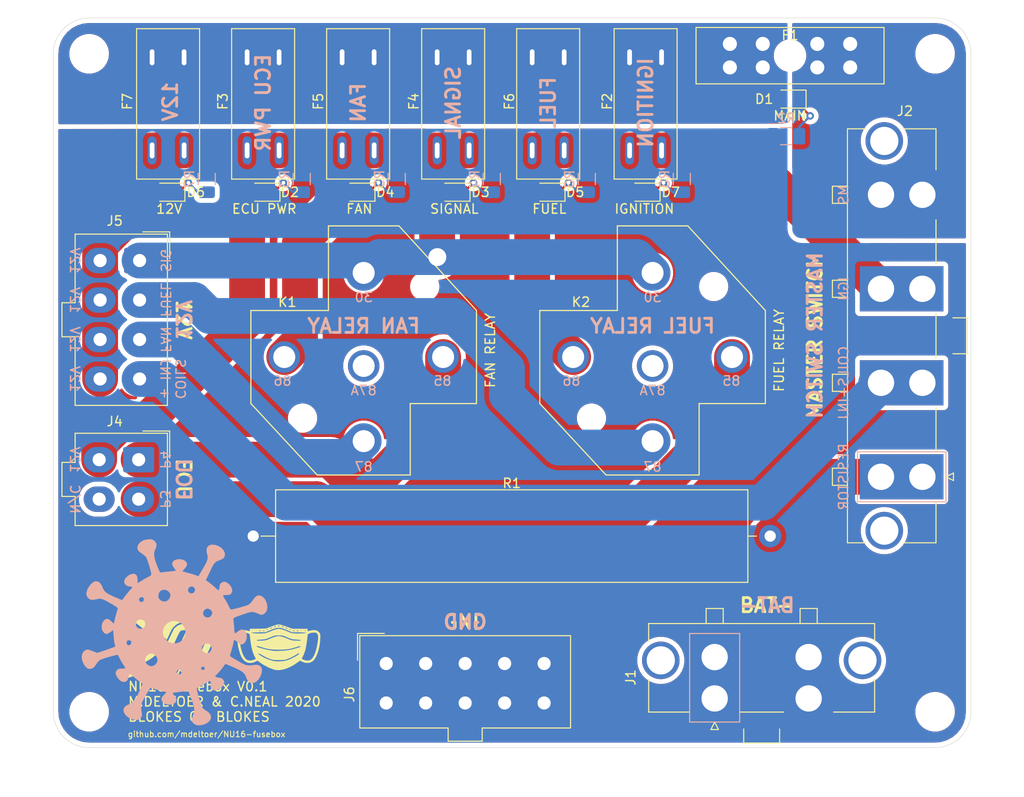
<source format=kicad_pcb>
(kicad_pcb (version 20171130) (host pcbnew "(5.1.5)-3")
  (title_block (title "NU16 Fusebox") (date 2020-10-07) (rev v0.1) (company "NU Racing") (comment 1 "Chris Neal") (comment 2 "Mitchell Deltoer"))
  (layers (0 F.Cu signal) (31 B.Cu signal) (34 B.Paste user) (35 F.Paste user) (36 B.SilkS user) (37 F.SilkS user) (38 B.Mask user) (39 F.Mask user) (44 Edge.Cuts user))
  (net 0 "")
  (net 1 ECU_PWR)
  (net 2 FAN)
  (net 3 FUEL)
  (net 4 IGN)
  (net 5 "Net-(K1-Pad87A)")
  (net 6 "Net-(K2-Pad87A)")
  (net 7 12V_FUSED)
  (net 8 "Net-(D1-Pad1)")
  (net 9 "Net-(D2-Pad1)")
  (net 10 "Net-(D3-Pad1)")
  (net 11 "Net-(D4-Pad1)")
  (net 12 "Net-(D5-Pad1)")
  (net 13 12V_OUT)
  (net 14 "Net-(D6-Pad1)")
  (net 15 "Net-(D7-Pad1)")
  (net 16 /MASTER_SW)
  (net 17 GND)
  (net 18 /ECU_P4)
  (net 19 /ECU_P3)
  (net 20 /COILS+INJ)
  (net 21 /FAN_OUT)
  (net 22 /FUEL_OUT)
  (net 23 "Net-(J4-Pad4)")
  (net 24 "Net-(J2-Pad1)")
  (net 25 RELAYS)
  (module fusebox:corona_mask (layer F.Cu) (at 82.363 132.302)
    (fp_text reference G*** hide)
    (fp_text value LOGO hide)
  )
  (module fusebox:corona (layer B.Cu) (at 71.187 130.905)
    (fp_text reference G*** hide)
    (fp_text value LOGO hide)
  )
  (module fusebox:TE_VCF4-1000 (layer F.Cu) (at 122.114 101.568 90)
    (fp_text reference K2 (at 5.842 -7.62) (layer F.SilkS))
    (fp_text value "FUEL RELAY")
    (pad 30 thru_hole circle (at 8.95 0 90) (size 3.3528 3.3528) (drill 2.3368) (layers *.Cu *.Mask) (net 25 RELAYS))
    (pad 87 thru_hole circle (at -8.95 0 90) (size 3.3528 3.3528) (drill 2.3368) (layers *.Cu *.Mask) (net 22 /FUEL_OUT))
    (pad 85 thru_hole circle (at 0 8.45 90) (size 3.3528 3.3528) (drill 2.3368) (layers *.Cu *.Mask) (net 19 /ECU_P3))
    (pad 87A thru_hole circle (at -0.95 0 90) (size 3.3528 3.3528) (drill 2.3368) (layers *.Cu *.Mask) (net 6 "Net-(K2-Pad87A)"))
    (pad 86 thru_hole circle (at 0 -8.45 90) (size 3.3528 3.3528) (drill 2.3368) (layers *.Cu *.Mask) (net 3 FUEL))
    (pad None np_thru_hole circle (at -6.5 -6.5 90) (size 2.1 2.1) (drill 2.1) (layers *.Cu *.Mask))
    (pad None np_thru_hole circle (at 7.5 6.5 90) (size 2.1 2.1) (drill 2.1) (layers *.Cu *.Mask))
  )
  (module fusebox:TE_VCF4-1000 (layer F.Cu) (at 91.38 101.568 90)
    (fp_text reference K1 (at 5.842 -8.128 180) (layer F.SilkS))
    (fp_text value "FAN RELAY")
    (pad None np_thru_hole circle (at 7.5 6.5 90) (size 2.1 2.1) (drill 2.1) (layers *.Cu *.Mask))
    (pad None np_thru_hole circle (at -6.5 -6.5 90) (size 2.1 2.1) (drill 2.1) (layers *.Cu *.Mask))
    (pad 86 thru_hole circle (at 0 -8.45 90) (size 3.3528 3.3528) (drill 2.3368) (layers *.Cu *.Mask) (net 2 FAN))
    (pad 87A thru_hole circle (at -0.95 0 90) (size 3.3528 3.3528) (drill 2.3368) (layers *.Cu *.Mask) (net 5 "Net-(K1-Pad87A)"))
    (pad 85 thru_hole circle (at 0 8.45 90) (size 3.3528 3.3528) (drill 2.3368) (layers *.Cu *.Mask) (net 18 /ECU_P4))
    (pad 87 thru_hole circle (at -8.95 0 90) (size 3.3528 3.3528) (drill 2.3368) (layers *.Cu *.Mask) (net 21 /FAN_OUT))
    (pad 30 thru_hole circle (at 8.95 0 90) (size 3.3528 3.3528) (drill 2.3368) (layers *.Cu *.Mask) (net 25 RELAYS))
  )
  (module fusebox:R_Axial_Power_L50.0mm_W9.6mm_P55.00mm (layer F.Cu) (at 76.648 120.618)
    (fp_text reference R1 (at 30.48 -5.62) (layer F.SilkS))
    (fp_text value 3)
    (pad 2 thru_hole oval (at 57.98 0) (size 2.4 2.4) (drill 1.2) (layers *.Cu *.Mask) (net 24 "Net-(J2-Pad1)"))
    (pad 1 thru_hole circle (at 2.98 0) (size 2.4 2.4) (drill 1.2) (layers *.Cu *.Mask) (net 17 GND))
  )
  (module fusebox:Fuse-BladeLarge-THT (layer F.Cu) (at 136.737 69.506)
    (fp_text reference F1 (at 0 -2.159) (layer F.SilkS))
    (fp_text value Fuse)
    (pad 2 thru_hole circle (at 6.4 1.25) (size 2.1 2.1) (drill 1.5) (layers *.Cu *.Mask) (net 16 /MASTER_SW))
    (pad 2 thru_hole circle (at 2.9 1.25) (size 2.1 2.1) (drill 1.5) (layers *.Cu *.Mask) (net 16 /MASTER_SW))
    (pad 2 thru_hole circle (at 6.4 -1.25) (size 2.1 2.1) (drill 1.5) (layers *.Cu *.Mask) (net 16 /MASTER_SW))
    (pad 1 thru_hole circle (at -6.4 1.25) (size 2.1 2.1) (drill 1.5) (layers *.Cu *.Mask) (net 7 12V_FUSED))
    (pad 1 thru_hole circle (at -2.9 1.25) (size 2.1 2.1) (drill 1.5) (layers *.Cu *.Mask) (net 7 12V_FUSED))
    (pad 1 thru_hole circle (at -6.4 -1.25) (size 2.1 2.1) (drill 1.5) (layers *.Cu *.Mask) (net 7 12V_FUSED))
    (pad "" np_thru_hole circle (at 0 0) (size 2.45 2.45) (drill 2.45) (layers *.Cu *.Mask))
    (pad 2 thru_hole circle (at 2.9 -1.25) (size 2.1 2.1) (drill 1.5) (layers *.Cu *.Mask) (net 16 /MASTER_SW))
    (pad 1 thru_hole circle (at -2.9 -1.25) (size 2.1 2.1) (drill 1.5) (layers *.Cu *.Mask) (net 7 12V_FUSED))
  )
  (module fusebox:Fuse-BladeMini-THT (layer F.Cu) (at 70.57 74.634 90)
    (fp_text reference F7 (at 0.254 -4.336 270) (layer F.SilkS))
    (fp_text value Fuse)
    (pad 1 thru_hole oval (at -4.953 1.7018 180) (size 0.94 3) (drill oval 0.5 1.7) (layers *.Cu *.Mask) (net 13 12V_OUT))
    (pad 2 thru_hole oval (at 4.953 1.7018 180) (size 0.94 3) (drill oval 0.5 1.7) (layers *.Cu *.Mask) (net 7 12V_FUSED))
    (pad 1 thru_hole oval (at -4.953 -1.7018 180) (size 0.94 3) (drill oval 0.5 1.7) (layers *.Cu *.Mask) (net 13 12V_OUT))
    (pad 2 thru_hole oval (at 4.953 -1.7018 180) (size 0.94 3) (drill oval 0.5 1.7) (layers *.Cu *.Mask) (net 7 12V_FUSED))
  )
  (module fusebox:Fuse-BladeMini-THT (layer F.Cu) (at 90.7884 74.634 90)
    (fp_text reference F5 (at 0.254 -4.2344 90) (layer F.SilkS))
    (fp_text value Fuse)
    (pad 1 thru_hole oval (at -4.953 1.7018 180) (size 0.94 3) (drill oval 0.5 1.7) (layers *.Cu *.Mask) (net 2 FAN))
    (pad 2 thru_hole oval (at 4.953 1.7018 180) (size 0.94 3) (drill oval 0.5 1.7) (layers *.Cu *.Mask) (net 7 12V_FUSED))
    (pad 1 thru_hole oval (at -4.953 -1.7018 180) (size 0.94 3) (drill oval 0.5 1.7) (layers *.Cu *.Mask) (net 2 FAN))
    (pad 2 thru_hole oval (at 4.953 -1.7018 180) (size 0.94 3) (drill oval 0.5 1.7) (layers *.Cu *.Mask) (net 7 12V_FUSED))
  )
  (module fusebox:Fuse-BladeMini-THT (layer F.Cu) (at 121.37 74.634 90)
    (fp_text reference F2 (at 0.254 -4.082 90) (layer F.SilkS))
    (fp_text value Fuse)
    (pad 1 thru_hole oval (at -4.953 1.7018 180) (size 0.94 3) (drill oval 0.5 1.7) (layers *.Cu *.Mask) (net 4 IGN))
    (pad 2 thru_hole oval (at 4.953 1.7018 180) (size 0.94 3) (drill oval 0.5 1.7) (layers *.Cu *.Mask) (net 7 12V_FUSED))
    (pad 1 thru_hole oval (at -4.953 -1.7018 180) (size 0.94 3) (drill oval 0.5 1.7) (layers *.Cu *.Mask) (net 4 IGN))
    (pad 2 thru_hole oval (at 4.953 -1.7018 180) (size 0.94 3) (drill oval 0.5 1.7) (layers *.Cu *.Mask) (net 7 12V_FUSED))
  )
  (module fusebox:Fuse-BladeMini-THT (layer F.Cu) (at 111.0068 74.634 90)
    (fp_text reference F6 (at 0.254 -4.1328 90) (layer F.SilkS))
    (fp_text value Fuse)
    (pad 1 thru_hole oval (at -4.953 1.7018 180) (size 0.94 3) (drill oval 0.5 1.7) (layers *.Cu *.Mask) (net 3 FUEL))
    (pad 2 thru_hole oval (at 4.953 1.7018 180) (size 0.94 3) (drill oval 0.5 1.7) (layers *.Cu *.Mask) (net 7 12V_FUSED))
    (pad 1 thru_hole oval (at -4.953 -1.7018 180) (size 0.94 3) (drill oval 0.5 1.7) (layers *.Cu *.Mask) (net 3 FUEL))
    (pad 2 thru_hole oval (at 4.953 -1.7018 180) (size 0.94 3) (drill oval 0.5 1.7) (layers *.Cu *.Mask) (net 7 12V_FUSED))
  )
  (module fusebox:Fuse-BladeMini-THT (layer F.Cu) (at 100.8976 74.634 90)
    (fp_text reference F4 (at 0.254 -4.1836 90) (layer F.SilkS))
    (fp_text value Fuse)
    (pad 1 thru_hole oval (at -4.953 1.7018 180) (size 0.94 3) (drill oval 0.5 1.7) (layers *.Cu *.Mask) (net 25 RELAYS))
    (pad 2 thru_hole oval (at 4.953 1.7018 180) (size 0.94 3) (drill oval 0.5 1.7) (layers *.Cu *.Mask) (net 7 12V_FUSED))
    (pad 1 thru_hole oval (at -4.953 -1.7018 180) (size 0.94 3) (drill oval 0.5 1.7) (layers *.Cu *.Mask) (net 25 RELAYS))
    (pad 2 thru_hole oval (at 4.953 -1.7018 180) (size 0.94 3) (drill oval 0.5 1.7) (layers *.Cu *.Mask) (net 7 12V_FUSED))
  )
  (module fusebox:Fuse-BladeMini-THT (layer F.Cu) (at 80.6792 74.634 90)
    (fp_text reference F3 (at 0.254 -4.2852 90) (layer F.SilkS))
    (fp_text value Fuse)
    (pad 1 thru_hole oval (at -4.953 1.7018 180) (size 0.94 3) (drill oval 0.5 1.7) (layers *.Cu *.Mask) (net 1 ECU_PWR))
    (pad 2 thru_hole oval (at 4.953 1.7018 180) (size 0.94 3) (drill oval 0.5 1.7) (layers *.Cu *.Mask) (net 7 12V_FUSED))
    (pad 1 thru_hole oval (at -4.953 -1.7018 180) (size 0.94 3) (drill oval 0.5 1.7) (layers *.Cu *.Mask) (net 1 ECU_PWR))
    (pad 2 thru_hole oval (at 4.953 -1.7018 180) (size 0.94 3) (drill oval 0.5 1.7) (layers *.Cu *.Mask) (net 7 12V_FUSED))
  )
  (module Connector_Molex:Molex_Mini-Fit_Sr_42819-42XX_1x04_P10.00mm_Vertical (layer F.Cu) (at 150.816 114.31 180)
    (fp_text reference J2 (at 1.86 38.904) (layer F.SilkS))
    (fp_text value MASTER_SWITCH)
    (pad "" thru_hole circle (at 4.05 35.73 180) (size 4 4) (drill 3) (layers *.Cu *.Mask))
    (pad "" thru_hole circle (at 4.05 -5.73 180) (size 4 4) (drill 3) (layers *.Cu *.Mask))
    (pad 4 thru_hole rect (at 4.4 30 180) (size 4.5 4.8) (drill 2.8) (layers *.Cu *.Mask) (net 16 /MASTER_SW))
    (pad 3 thru_hole rect (at 4.4 20 180) (size 4.5 4.8) (drill 2.8) (layers *.Cu *.Mask) (net 4 IGN))
    (pad 2 thru_hole rect (at 4.4 10 180) (size 4.5 4.8) (drill 2.8) (layers *.Cu *.Mask) (net 20 /COILS+INJ))
    (pad 1 thru_hole rect (at 4.4 0 180) (size 4.5 4.8) (drill 2.8) (layers *.Cu *.Mask) (net 24 "Net-(J2-Pad1)"))
    (pad 4 thru_hole rect (at 0 30 180) (size 4.5 4.8) (drill 2.8) (layers *.Cu *.Mask) (net 16 /MASTER_SW))
    (pad 3 thru_hole rect (at 0 20 180) (size 4.5 4.8) (drill 2.8) (layers *.Cu *.Mask) (net 4 IGN))
    (pad 2 thru_hole rect (at 0 10 180) (size 4.5 4.8) (drill 2.8) (layers *.Cu *.Mask) (net 20 /COILS+INJ))
    (pad 1 thru_hole rect (at 0 0 180) (size 4.5 4.8) (drill 2.8) (layers *.Cu *.Mask) (net 24 "Net-(J2-Pad1)"))
  )
  (module Connector_Molex:Molex_Mini-Fit_Sr_42819-22XX_1x02_P10.00mm_Vertical (layer F.Cu) (at 128.718 137.89 90)
    (fp_text reference J1 (at 2.2325 -8.93 90) (layer F.SilkS))
    (fp_text value BAT-)
    (pad "" thru_hole circle (at 4.05 15.73 90) (size 4 4) (drill 3) (layers *.Cu *.Mask))
    (pad "" thru_hole circle (at 4.05 -5.73 90) (size 4 4) (drill 3) (layers *.Cu *.Mask))
    (pad 2 thru_hole rect (at 4.4 10 90) (size 4.5 4.8) (drill 2.8) (layers *.Cu *.Mask) (net 17 GND))
    (pad 1 thru_hole rect (at 4.4 0 90) (size 4.5 4.8) (drill 2.8) (layers *.Cu *.Mask) (net 17 GND))
    (pad 2 thru_hole rect (at 0 10 90) (size 4.5 4.8) (drill 2.8) (layers *.Cu *.Mask) (net 17 GND))
    (pad 1 thru_hole rect (at 0 0 90) (size 4.5 4.8) (drill 2.8) (layers *.Cu *.Mask) (net 17 GND))
  )
  (module Mini-Fit-Jr-4.20mm-pitch:Molex-Mini-Fit-Jr-10-pin-P4.2mm-RowP4.2mm (layer F.Cu) (at 102.375 143.874)
    (fp_text reference J6 (at -12.519 -6.412501 90) (layer F.SilkS))
    (fp_text value "GND OUT")
    (pad 1 thru_hole roundrect (at -8.6 -9.7) (size 2.7 3.3) (drill 1.4) (layers *.Cu *.Mask) (roundrect_rratio 0.09259299999999999) (net 17 GND))
    (pad 6 thru_hole oval (at -8.6 -5.5) (size 2.7 3.3) (drill 1.4) (layers *.Cu *.Mask) (net 17 GND))
    (pad 3 thru_hole oval (at -0.2 -9.7) (size 2.7 3.3) (drill 1.4) (layers *.Cu *.Mask) (net 17 GND))
    (pad 8 thru_hole oval (at -0.2 -5.5) (size 2.7 3.3) (drill 1.4) (layers *.Cu *.Mask) (net 17 GND))
    (pad 9 thru_hole oval (at 4 -5.5) (size 2.7 3.3) (drill 1.4) (layers *.Cu *.Mask) (net 17 GND))
    (pad 10 thru_hole oval (at 8.2 -5.5) (size 2.7 3.3) (drill 1.4) (layers *.Cu *.Mask) (net 17 GND))
    (pad 4 thru_hole oval (at 4 -9.7) (size 2.7 3.3) (drill 1.4) (layers *.Cu *.Mask) (net 17 GND))
    (pad 5 thru_hole oval (at 8.2 -9.7) (size 2.7 3.3) (drill 1.4) (layers *.Cu *.Mask) (net 17 GND))
    (pad 2 thru_hole oval (at -4.4 -9.7) (size 2.7 3.3) (drill 1.4) (layers *.Cu *.Mask) (net 17 GND))
    (pad 7 thru_hole oval (at -4.4 -5.5) (size 2.7 3.3) (drill 1.4) (layers *.Cu *.Mask) (net 17 GND))
  )
  (module Mini-Fit-Jr-4.20mm-pitch:Molex-Mini-Fit-Jr-8-pin-P4.2mm-RowP4.2mm (layer F.Cu) (at 57.339 97.504 270)
    (fp_text reference J5 (at -10.414 -7.55 180) (layer F.SilkS))
    (fp_text value "12V OUT")
    (pad 4 thru_hole oval (at 6.4 -10.2 270) (size 2.7 3.3) (drill 1.4) (layers *.Cu *.Mask) (net 20 /COILS+INJ))
    (pad 6 thru_hole oval (at -2 -6 270) (size 2.7 3.3) (drill 1.4) (layers *.Cu *.Mask) (net 13 12V_OUT))
    (pad 8 thru_hole oval (at 6.4 -6 270) (size 2.7 3.3) (drill 1.4) (layers *.Cu *.Mask) (net 13 12V_OUT))
    (pad 2 thru_hole oval (at -2 -10.2 270) (size 2.7 3.3) (drill 1.4) (layers *.Cu *.Mask) (net 22 /FUEL_OUT))
    (pad 5 thru_hole oval (at -6.2 -6 270) (size 2.7 3.3) (drill 1.4) (layers *.Cu *.Mask) (net 13 12V_OUT))
    (pad 3 thru_hole oval (at 2.2 -10.2 270) (size 2.7 3.3) (drill 1.4) (layers *.Cu *.Mask) (net 21 /FAN_OUT))
    (pad 7 thru_hole oval (at 2.2 -6 270) (size 2.7 3.3) (drill 1.4) (layers *.Cu *.Mask) (net 13 12V_OUT))
    (pad 1 thru_hole roundrect (at -6.2 -10.2 270) (size 2.7 3.3) (drill 1.4) (layers *.Cu *.Mask) (roundrect_rratio 0.09259299999999999) (net 25 RELAYS))
  )
  (module Mini-Fit-Jr-4.20mm-pitch:Molex-Mini-Fit-Jr-4-pin-P4.2mm-RowP4.2mm (layer F.Cu) (at 68.139 112.49 270)
    (fp_text reference J4 (at -4.064 3.25 180) (layer F.SilkS))
    (fp_text value "ECU PWR/SIG")
    (pad 4 thru_hole oval (at 4.2 4.9 270) (size 2.7 3.3) (drill 1.4) (layers *.Cu *.Mask) (net 23 "Net-(J4-Pad4)"))
    (pad 3 thru_hole oval (at 0 4.9 270) (size 2.7 3.3) (drill 1.4) (layers *.Cu *.Mask) (net 1 ECU_PWR))
    (pad 2 thru_hole oval (at 4.2 0.7 270) (size 2.7 3.3) (drill 1.4) (layers *.Cu *.Mask) (net 19 /ECU_P3))
    (pad 1 thru_hole roundrect (at 0 0.7 270) (size 2.7 3.3) (drill 1.4) (layers *.Cu *.Mask) (roundrect_rratio 0.09259299999999999) (net 18 /ECU_P4))
  )
  (module Resistor_SMD:R_1206_3216Metric (layer B.Cu) (at 125.223 82.632 270)
    (fp_text reference R8 (at 0 1.82 90) (layer B.SilkS) (effects (justify mirror)))
    (fp_text value 3.3k)
    (pad 2 smd roundrect (at 1.4 0 270) (size 1.25 1.75) (layers B.Cu B.Paste B.Mask) (roundrect_rratio 0.2) (net 15 "Net-(D7-Pad1)"))
    (pad 1 smd roundrect (at -1.4 0 270) (size 1.25 1.75) (layers B.Cu B.Paste B.Mask) (roundrect_rratio 0.2) (net 17 GND))
  )
  (module Resistor_SMD:R_1206_3216Metric (layer B.Cu) (at 74.677 82.632 270)
    (fp_text reference R7 (at 0 1.82 90) (layer B.SilkS) (effects (justify mirror)))
    (fp_text value 3.3k)
    (pad 2 smd roundrect (at 1.4 0 270) (size 1.25 1.75) (layers B.Cu B.Paste B.Mask) (roundrect_rratio 0.2) (net 14 "Net-(D6-Pad1)"))
    (pad 1 smd roundrect (at -1.4 0 270) (size 1.25 1.75) (layers B.Cu B.Paste B.Mask) (roundrect_rratio 0.2) (net 17 GND))
  )
  (module Resistor_SMD:R_1206_3216Metric (layer B.Cu) (at 115.1138 82.632 270)
    (fp_text reference R6 (at 0 1.82 90) (layer B.SilkS) (effects (justify mirror)))
    (fp_text value 3.3k)
    (pad 2 smd roundrect (at 1.4 0 270) (size 1.25 1.75) (layers B.Cu B.Paste B.Mask) (roundrect_rratio 0.2) (net 12 "Net-(D5-Pad1)"))
    (pad 1 smd roundrect (at -1.4 0 270) (size 1.25 1.75) (layers B.Cu B.Paste B.Mask) (roundrect_rratio 0.2) (net 17 GND))
  )
  (module Resistor_SMD:R_1206_3216Metric (layer B.Cu) (at 94.8954 82.632 270)
    (fp_text reference R5 (at 0 1.82 90) (layer B.SilkS) (effects (justify mirror)))
    (fp_text value 3.3k)
    (pad 2 smd roundrect (at 1.4 0 270) (size 1.25 1.75) (layers B.Cu B.Paste B.Mask) (roundrect_rratio 0.2) (net 11 "Net-(D4-Pad1)"))
    (pad 1 smd roundrect (at -1.4 0 270) (size 1.25 1.75) (layers B.Cu B.Paste B.Mask) (roundrect_rratio 0.2) (net 17 GND))
  )
  (module Resistor_SMD:R_1206_3216Metric (layer B.Cu) (at 105.0046 82.632 270)
    (fp_text reference R4 (at 0 1.82 90) (layer B.SilkS) (effects (justify mirror)))
    (fp_text value 3.3k)
    (pad 2 smd roundrect (at 1.4 0 270) (size 1.25 1.75) (layers B.Cu B.Paste B.Mask) (roundrect_rratio 0.2) (net 10 "Net-(D3-Pad1)"))
    (pad 1 smd roundrect (at -1.4 0 270) (size 1.25 1.75) (layers B.Cu B.Paste B.Mask) (roundrect_rratio 0.2) (net 17 GND))
  )
  (module Resistor_SMD:R_1206_3216Metric (layer B.Cu) (at 84.7862 82.632 270)
    (fp_text reference R3 (at 0 1.82 90) (layer B.SilkS) (effects (justify mirror)))
    (fp_text value 3.3k)
    (pad 2 smd roundrect (at 1.4 0 270) (size 1.25 1.75) (layers B.Cu B.Paste B.Mask) (roundrect_rratio 0.2) (net 9 "Net-(D2-Pad1)"))
    (pad 1 smd roundrect (at -1.4 0 270) (size 1.25 1.75) (layers B.Cu B.Paste B.Mask) (roundrect_rratio 0.2) (net 17 GND))
  )
  (module Resistor_SMD:R_1206_3216Metric (layer B.Cu) (at 136.335 78.073)
    (fp_text reference R2 (at 0 -1.905) (layer B.SilkS) (effects (justify mirror)))
    (fp_text value 3.3k)
    (pad 2 smd roundrect (at 1.4 0) (size 1.25 1.75) (layers B.Cu B.Paste B.Mask) (roundrect_rratio 0.2) (net 8 "Net-(D1-Pad1)"))
    (pad 1 smd roundrect (at -1.4 0) (size 1.25 1.75) (layers B.Cu B.Paste B.Mask) (roundrect_rratio 0.2) (net 17 GND))
  )
  (module LED_SMD:LED_0805_2012Metric (layer F.Cu) (at 121.223 84.032 180)
    (fp_text reference D7 (at -2.822334 0) (layer F.SilkS))
    (fp_text value LED)
    (pad 2 smd roundrect (at 0.9375 0 180) (size 0.975 1.4) (layers F.Cu F.Paste F.Mask) (net 4 IGN))
    (pad 1 smd roundrect (at -0.9375 0 180) (size 0.975 1.4) (layers F.Cu F.Paste F.Mask) (net 15 "Net-(D7-Pad1)"))
  )
  (module LED_SMD:LED_0805_2012Metric (layer F.Cu) (at 70.677 84.032 180)
    (fp_text reference D6 (at -2.8425 0) (layer F.SilkS))
    (fp_text value LED)
    (pad 2 smd roundrect (at 0.9375 0 180) (size 0.975 1.4) (layers F.Cu F.Paste F.Mask) (net 13 12V_OUT))
    (pad 1 smd roundrect (at -0.9375 0 180) (size 0.975 1.4) (layers F.Cu F.Paste F.Mask) (net 14 "Net-(D6-Pad1)"))
  )
  (module LED_SMD:LED_0805_2012Metric (layer F.Cu) (at 111.1138 84.032 180)
    (fp_text reference D5 (at -2.761836 0) (layer F.SilkS))
    (fp_text value LED)
    (pad 2 smd roundrect (at 0.9375 0 180) (size 0.975 1.4) (layers F.Cu F.Paste F.Mask) (net 3 FUEL))
    (pad 1 smd roundrect (at -0.9375 0 180) (size 0.975 1.4) (layers F.Cu F.Paste F.Mask) (net 12 "Net-(D5-Pad1)"))
  )
  (module LED_SMD:LED_0805_2012Metric (layer F.Cu) (at 90.8954 84.032 180)
    (fp_text reference D4 (at -2.782002 0) (layer F.SilkS))
    (fp_text value LED)
    (pad 2 smd roundrect (at 0.9375 0 180) (size 0.975 1.4) (layers F.Cu F.Paste F.Mask) (net 2 FAN))
    (pad 1 smd roundrect (at -0.9375 0 180) (size 0.975 1.4) (layers F.Cu F.Paste F.Mask) (net 11 "Net-(D4-Pad1)"))
  )
  (module LED_SMD:LED_0805_2012Metric (layer F.Cu) (at 101.0046 84.032 180)
    (fp_text reference D3 (at -2.802168 0) (layer F.SilkS))
    (fp_text value LED)
    (pad 2 smd roundrect (at 0.9375 0 180) (size 0.975 1.4) (layers F.Cu F.Paste F.Mask) (net 25 RELAYS))
    (pad 1 smd roundrect (at -0.9375 0 180) (size 0.975 1.4) (layers F.Cu F.Paste F.Mask) (net 10 "Net-(D3-Pad1)"))
  )
  (module LED_SMD:LED_0805_2012Metric (layer F.Cu) (at 80.7862 84.032 180)
    (fp_text reference D2 (at -2.74167 0) (layer F.SilkS))
    (fp_text value LED)
    (pad 2 smd roundrect (at 0.9375 0 180) (size 0.975 1.4) (layers F.Cu F.Paste F.Mask) (net 1 ECU_PWR))
    (pad 1 smd roundrect (at -0.9375 0 180) (size 0.975 1.4) (layers F.Cu F.Paste F.Mask) (net 9 "Net-(D2-Pad1)"))
  )
  (module LED_SMD:LED_0805_2012Metric (layer F.Cu) (at 136.757 74.126 180)
    (fp_text reference D1 (at 2.774 0) (layer F.SilkS))
    (fp_text value LED)
    (pad 2 smd roundrect (at 0.9375 0 180) (size 0.975 1.4) (layers F.Cu F.Paste F.Mask) (net 7 12V_FUSED))
    (pad 1 smd roundrect (at -0.9375 0 180) (size 0.975 1.4) (layers F.Cu F.Paste F.Mask) (net 8 "Net-(D1-Pad1)"))
  )
  (module fusebox:nu_logo_small (layer F.Cu) (at 70.951 132.259)
    (fp_text reference G*** hide)
    (fp_text value LOGO hide)
  )
  (module MountingHole:MountingHole_3.2mm_M3 (layer F.Cu) (at 152.17 139.31)
    (fp_text reference REF** hide)
    (fp_text value MountingHole_3.2mm_M3)
    (pad 1 np_thru_hole circle (at 0 0) (size 3.2 3.2) (drill 3.2) (layers *.Cu *.Mask))
  )
  (module MountingHole:MountingHole_3.2mm_M3 (layer F.Cu) (at 62.17 139.31)
    (fp_text reference REF** hide)
    (fp_text value MountingHole_3.2mm_M3)
    (pad 1 np_thru_hole circle (at 0 0) (size 3.2 3.2) (drill 3.2) (layers *.Cu *.Mask))
  )
  (module MountingHole:MountingHole_3.2mm_M3 (layer F.Cu) (at 152.17 69.31)
    (fp_text reference REF** hide)
    (fp_text value MountingHole_3.2mm_M3)
    (pad 1 np_thru_hole circle (at 0 0) (size 3.2 3.2) (drill 3.2) (layers *.Cu *.Mask))
  )
  (module MountingHole:MountingHole_3.2mm_M3 (layer F.Cu) (at 62.17 69.31)
    (fp_text reference REF** hide)
    (fp_text value MountingHole_3.2mm_M3)
    (pad 1 np_thru_hole circle (at 0 0) (size 3.2 3.2) (drill 3.2) (layers *.Cu *.Mask))
  )
  (gr_text github.com/mdeltoer/NU16-fusebox (at 66.234 141.7) (layer F.SilkS) (effects (font (size 0.6 0.6) (thickness 0.1)) (justify left)))
  (gr_text P3 (at 70.235 116.69 270) (layer B.SilkS) (effects (font (size 1 1)) (justify mirror)))
  (gr_text P4 (at 70.235 112.49 270) (layer B.SilkS) (effects (font (size 1 1)) (justify mirror)))
  (gr_text N/C (at 60.646 116.69 270) (layer B.SilkS) (effects (font (size 1 1)) (justify mirror)))
  (gr_text 12V (at 60.646 112.49 270) (layer B.SilkS) (effects (font (size 1 1)) (justify mirror)))
  (gr_text 12V (at 60.646 103.904 270) (layer B.SilkS) (effects (font (size 1 1)) (justify mirror)))
  (gr_text 12V (at 60.646 99.704 270) (layer B.SilkS) (effects (font (size 1 1)) (justify mirror)))
  (gr_text 12V (at 60.646 95.504 270) (layer B.SilkS) (effects (font (size 1 1)) (justify mirror)))
  (gr_text 12V (at 60.646 91.304 270) (layer B.SilkS) (effects (font (size 1 1)) (justify mirror)))
  (gr_text "COILS\n+ INJ" (at 71.06 103.904 270) (layer B.SilkS) (effects (font (size 1 1)) (justify mirror)))
  (gr_text FAN (at 70.298 99.704 270) (layer B.SilkS) (effects (font (size 1 1)) (justify mirror)))
  (gr_text FUEL (at 70.298 95.504 270) (layer B.SilkS) (effects (font (size 1 1)) (justify mirror)))
  (gr_text SIG (at 70.298 91.304 270) (layer B.SilkS) (effects (font (size 1 1)) (justify mirror)))
  (gr_text RESISTOR (at 142.434 114.31 90) (layer B.SilkS) (effects (font (size 1 1)) (justify mirror)))
  (gr_text MS (at 142.434 84.31 90) (layer B.SilkS) (effects (font (size 1 1)) (justify mirror)))
  (gr_text COILS+INJ (at 142.434 104.31 90) (layer B.SilkS) (effects (font (size 1 1)) (justify mirror)))
  (gr_text IGN (at 142.434 94.31 90) (layer B.SilkS) (effects (font (size 1 1)) (justify mirror)))
  (gr_text BAT- (at 134.306 127.984) (layer B.SilkS) (effects (font (size 1.5 1.5) (thickness 0.3)) (justify mirror)))
  (gr_text GND (at 102.175 129.762) (layer B.SilkS) (effects (font (size 1.5 1.5) (thickness 0.3)) (justify mirror)))
  (gr_text ECU (at 72.203 114.59 270) (layer B.SilkS) (effects (font (size 1.5 1.5) (thickness 0.3)) (justify mirror)))
  (gr_text 12V (at 72.203 97.604 270) (layer B.SilkS) (effects (font (size 1.5 1.5) (thickness 0.3)) (justify mirror)))
  (gr_text "MASTER SWITCH" (at 139.386 99.282 90) (layer B.SilkS) (effects (font (size 1.5 1.5) (thickness 0.3)) (justify mirror)))
  (gr_text 87 (at 91.38 113.252) (layer B.SilkS) (effects (font (size 1 1)) (justify mirror)))
  (gr_text 85 (at 99.762 104.108) (layer B.SilkS) (effects (font (size 1 1)) (justify mirror)))
  (gr_text 30 (at 91.38 95.218) (layer B.SilkS) (effects (font (size 1 1)) (justify mirror)))
  (gr_text 86 (at 82.744 104.108) (layer B.SilkS) (effects (font (size 1 1)) (justify mirror)))
  (gr_text 87A (at 91.38 105.124) (layer B.SilkS) (effects (font (size 1 1)) (justify mirror)))
  (gr_text 86 (at 113.478 104.108) (layer B.SilkS) (effects (font (size 1 1)) (justify mirror)))
  (gr_text 87 (at 122.114 113.252) (layer B.SilkS) (effects (font (size 1 1)) (justify mirror)))
  (gr_text 87A (at 122.114 105.124) (layer B.SilkS) (effects (font (size 1 1)) (justify mirror)))
  (gr_text 30 (at 122.114 95.218) (layer B.SilkS) (effects (font (size 1 1)) (justify mirror)))
  (gr_text 85 (at 130.496 104.108) (layer B.SilkS) (effects (font (size 1 1)) (justify mirror)))
  (gr_line (start 58.36 69.31) (end 58.36 139.31) (layer Edge.Cuts) (width 0.05))
  (gr_line (start 155.98 69.31) (end 155.98 139.31) (layer Edge.Cuts) (width 0.05))
  (gr_text GND (at 102.175 129.762) (layer F.SilkS) (effects (font (size 1.5 1.5) (thickness 0.3))))
  (gr_text 12V (at 72.203 97.604 270) (layer F.SilkS) (effects (font (size 1.5 1.5) (thickness 0.3))))
  (gr_text ECU (at 72.203 114.59 270) (layer F.SilkS) (effects (font (size 1.5 1.5) (thickness 0.3))))
  (gr_text "MASTER SWITCH" (at 139.386 99.282 90) (layer F.SilkS) (effects (font (size 1.5 1.5) (thickness 0.3))))
  (gr_text BAT- (at 134.306 127.984) (layer F.SilkS) (effects (font (size 1.5 1.5) (thickness 0.3))))
  (gr_text "FAN RELAY" (at 104.842 100.868001 90) (layer F.SilkS) (effects (font (size 1 1))))
  (gr_text "FUEL RELAY" (at 135.576 100.868 90) (layer F.SilkS) (effects (font (size 1 1))))
  (gr_text IGNITION (at 121.377 74.507 90) (layer B.SilkS) (effects (font (size 1.5 1.5) (thickness 0.3)) (justify mirror)))
  (gr_text FUEL (at 111.0138 74.507001 90) (layer B.SilkS) (effects (font (size 1.5 1.5) (thickness 0.3)) (justify mirror)))
  (gr_text SIGNAL (at 100.9046 74.507 90) (layer B.SilkS) (effects (font (size 1.5 1.5) (thickness 0.3)) (justify mirror)))
  (gr_text FAN (at 90.7954 74.507001 90) (layer B.SilkS) (effects (font (size 1.5 1.5) (thickness 0.3)) (justify mirror)))
  (gr_text "ECU PWR" (at 80.6862 74.507 90) (layer B.SilkS) (effects (font (size 1.5 1.5) (thickness 0.3)) (justify mirror)))
  (gr_text 12V (at 70.806 74.39 90) (layer B.SilkS) (effects (font (size 1.5 1.5) (thickness 0.3)) (justify mirror)))
  (gr_text "FAN RELAY" (at 91.38 98.266) (layer B.SilkS) (effects (font (size 1.5 1.5) (thickness 0.3)) (justify mirror)))
  (gr_text "FUEL RELAY" (at 122.114 98.266) (layer B.SilkS) (effects (font (size 1.5 1.5) (thickness 0.3)) (justify mirror)))
  (gr_line (start 152.17 143.12) (end 62.17 143.12) (layer Edge.Cuts) (width 0.05))
  (gr_line (start 152.17 65.5) (end 62.17 65.5) (layer Edge.Cuts) (width 0.05))
  (gr_text "NU16 Fusebox V0.1\nM.DELTOER & C.NEAL 2020\nBLOKES ON BLOKES" (at 66.234 138.238) (layer F.SilkS) (effects (font (size 1 1)) (justify left)))
  (gr_text MAIN (at 136.737 75.904) (layer F.SilkS) (effects (font (size 1 1))))
  (gr_arc (start 152.17 139.31) (end 152.17 143.12) (angle -90) (layer Edge.Cuts) (width 0.05))
  (gr_arc (start 152.17 69.31) (end 155.98 69.31) (angle -90) (layer Edge.Cuts) (width 0.05))
  (gr_arc (start 62.17 139.31) (end 58.36 139.31) (angle -90) (layer Edge.Cuts) (width 0.05))
  (gr_text 12V (at 70.697 85.81) (layer F.SilkS) (effects (font (size 1 1))))
  (gr_text IGNITION (at 121.243 85.81) (layer F.SilkS) (effects (font (size 1 1))))
  (gr_text FUEL (at 111.1338 85.81) (layer F.SilkS) (effects (font (size 1 1))))
  (gr_text SIGNAL (at 101.0246 85.81) (layer F.SilkS) (effects (font (size 1 1))))
  (gr_text FAN (at 90.9154 85.81) (layer F.SilkS) (effects (font (size 1 1))))
  (gr_text "ECU PWR" (at 80.8062 85.81) (layer F.SilkS) (effects (font (size 1 1))))
  (gr_arc (start 62.17 69.31) (end 62.17 65.5) (angle -90) (layer Edge.Cuts) (width 0.05))
  (segment (start 82.381 79.587) (end 78.9774 79.587) (width 3.81) (layer F.Cu) (net 1))
  (segment (start 63.239 110.859514) (end 63.239 112.49) (width 3.81) (layer F.Cu) (net 1))
  (segment (start 65.618524 108.47999) (end 63.239 110.859514) (width 3.81) (layer F.Cu) (net 1))
  (segment (start 68.149132 108.47999) (end 65.618524 108.47999) (width 3.81) (layer F.Cu) (net 1))
  (segment (start 78.9774 97.651722) (end 68.149132 108.47999) (width 3.81) (layer F.Cu) (net 1))
  (segment (start 78.9774 79.587) (end 78.9774 97.651722) (width 3.81) (layer F.Cu) (net 1))
  (segment (start 92.4902 79.587) (end 89.0866 79.587) (width 3.81) (layer F.Cu) (net 2))
  (segment (start 89.0866 84.897) (end 89.0866 79.587) (width 3.81) (layer F.Cu) (net 2))
  (segment (start 84.606399 89.377201) (end 89.0866 84.897) (width 3.81) (layer F.Cu) (net 2))
  (segment (start 84.606399 99.891601) (end 84.606399 89.377201) (width 3.81) (layer F.Cu) (net 2))
  (segment (start 82.93 101.568) (end 84.606399 99.891601) (width 3.81) (layer F.Cu) (net 2))
  (segment (start 112.7086 79.587) (end 109.305 79.587) (width 3.81) (layer F.Cu) (net 3))
  (segment (start 109.305 97.209) (end 113.664 101.568) (width 3.81) (layer F.Cu) (net 3))
  (segment (start 109.305 79.587) (end 109.305 97.209) (width 3.81) (layer F.Cu) (net 3))
  (segment (start 119.6682 79.587) (end 123.0718 79.587) (width 3.81) (layer F.Cu) (net 4))
  (segment (start 119.6682 79.587) (end 119.56799 79.68721) (width 3.81) (layer F.Cu) (net 4))
  (segment (start 119.56799 79.68721) (end 119.56799 83.788) (width 3.81) (layer F.Cu) (net 4))
  (segment (start 119.56799 79.68721) (end 119.56799 82.60286) (width 3.81) (layer F.Cu) (net 4))
  (segment (start 131.693 79.587) (end 146.416 94.31) (width 3.81) (layer F.Cu) (net 4))
  (segment (start 123.0718 79.587) (end 131.693 79.587) (width 3.81) (layer F.Cu) (net 4))
  (via (at 138.878 75.914) (size 0.8) (drill 0.4) (layers F.Cu B.Cu) (net 8))
  (segment (start 137.6945 74.126) (end 137.6945 74.7305) (width 0.25) (layer F.Cu) (net 8))
  (segment (start 137.6945 74.7305) (end 138.878 75.914) (width 0.25) (layer F.Cu) (net 8))
  (segment (start 137.735 77.057) (end 138.878 75.914) (width 0.25) (layer B.Cu) (net 8))
  (segment (start 137.735 78.073) (end 137.735 77.057) (width 0.25) (layer B.Cu) (net 8))
  (via (at 82.8382 83.026) (size 0.8) (drill 0.4) (layers F.Cu B.Cu) (net 9))
  (segment (start 83.8442 84.032) (end 82.8382 83.026) (width 0.25) (layer B.Cu) (net 9))
  (segment (start 84.7862 84.032) (end 83.8442 84.032) (width 0.25) (layer B.Cu) (net 9))
  (segment (start 81.8322 84.032) (end 82.8382 83.026) (width 0.25) (layer F.Cu) (net 9))
  (segment (start 81.7237 84.032) (end 81.8322 84.032) (width 0.25) (layer F.Cu) (net 9))
  (via (at 103.0566 83.026) (size 0.8) (drill 0.4) (layers F.Cu B.Cu) (net 10))
  (segment (start 101.9421 84.032) (end 102.312 84.032) (width 0.25) (layer F.Cu) (net 10))
  (segment (start 105.0046 84.032) (end 104.324 84.032) (width 0.25) (layer B.Cu) (net 10))
  (segment (start 104.0626 84.032) (end 103.0566 83.026) (width 0.25) (layer B.Cu) (net 10))
  (segment (start 105.0046 84.032) (end 104.0626 84.032) (width 0.25) (layer B.Cu) (net 10))
  (segment (start 102.0506 84.032) (end 103.0566 83.026) (width 0.25) (layer F.Cu) (net 10))
  (segment (start 101.9421 84.032) (end 102.0506 84.032) (width 0.25) (layer F.Cu) (net 10))
  (via (at 92.9474 83.026) (size 0.8) (drill 0.4) (layers F.Cu B.Cu) (net 11))
  (segment (start 93.9534 84.032) (end 92.9474 83.026) (width 0.25) (layer B.Cu) (net 11))
  (segment (start 94.8954 84.032) (end 93.9534 84.032) (width 0.25) (layer B.Cu) (net 11))
  (segment (start 91.9414 84.032) (end 92.9474 83.026) (width 0.25) (layer F.Cu) (net 11))
  (segment (start 91.8329 84.032) (end 91.9414 84.032) (width 0.25) (layer F.Cu) (net 11))
  (via (at 113.1658 83.026) (size 0.8) (drill 0.4) (layers F.Cu B.Cu) (net 12))
  (segment (start 114.1718 84.032) (end 113.1658 83.026) (width 0.25) (layer B.Cu) (net 12))
  (segment (start 115.1138 84.032) (end 114.1718 84.032) (width 0.25) (layer B.Cu) (net 12))
  (segment (start 112.1598 84.032) (end 113.1658 83.026) (width 0.25) (layer F.Cu) (net 12))
  (segment (start 112.0513 84.032) (end 112.1598 84.032) (width 0.25) (layer F.Cu) (net 12))
  (segment (start 68.8682 79.587) (end 72.2718 79.587) (width 3.81) (layer F.Cu) (net 13))
  (segment (start 63.339 103.904) (end 63.339 89.673514) (width 3.81) (layer F.Cu) (net 13))
  (segment (start 68.980514 84.032) (end 69.02199 84.032) (width 3.81) (layer F.Cu) (net 13))
  (segment (start 63.339 89.673514) (end 68.980514 84.032) (width 3.81) (layer F.Cu) (net 13))
  (segment (start 68.8682 83.919686) (end 68.980514 84.032) (width 3.81) (layer F.Cu) (net 13))
  (segment (start 68.8682 79.587) (end 68.8682 83.919686) (width 3.81) (layer F.Cu) (net 13))
  (via (at 72.729 83.026) (size 0.8) (drill 0.4) (layers F.Cu B.Cu) (net 14))
  (segment (start 73.735 84.032) (end 72.729 83.026) (width 0.25) (layer B.Cu) (net 14))
  (segment (start 74.677 84.032) (end 73.735 84.032) (width 0.25) (layer B.Cu) (net 14))
  (segment (start 71.723 84.032) (end 72.729 83.026) (width 0.25) (layer F.Cu) (net 14))
  (segment (start 71.6145 84.032) (end 71.723 84.032) (width 0.25) (layer F.Cu) (net 14))
  (via (at 123.275 83.026) (size 0.8) (drill 0.4) (layers F.Cu B.Cu) (net 15))
  (segment (start 124.281 84.032) (end 123.275 83.026) (width 0.25) (layer B.Cu) (net 15))
  (segment (start 125.223 84.032) (end 124.281 84.032) (width 0.25) (layer B.Cu) (net 15))
  (segment (start 122.269 84.032) (end 123.275 83.026) (width 0.25) (layer F.Cu) (net 15))
  (segment (start 122.1605 84.032) (end 122.269 84.032) (width 0.25) (layer F.Cu) (net 15))
  (segment (start 99.83 107.631618) (end 99.83 101.568) (width 3.81) (layer F.Cu) (net 18))
  (segment (start 93.184417 114.277201) (end 99.83 107.631618) (width 3.81) (layer F.Cu) (net 18))
  (segment (start 89.575583 114.277201) (end 93.184417 114.277201) (width 3.81) (layer F.Cu) (net 18))
  (segment (start 87.788382 112.49) (end 89.575583 114.277201) (width 3.81) (layer F.Cu) (net 18))
  (segment (start 67.439 112.49) (end 87.788382 112.49) (width 3.81) (layer F.Cu) (net 18))
  (segment (start 130.564 107.631618) (end 130.564 101.568) (width 3.81) (layer F.Cu) (net 19))
  (segment (start 119.930607 118.265011) (end 130.564 107.631618) (width 3.81) (layer F.Cu) (net 19))
  (segment (start 87.923779 118.265011) (end 119.930607 118.265011) (width 3.81) (layer F.Cu) (net 19))
  (segment (start 86.348768 116.69) (end 87.923779 118.265011) (width 3.81) (layer F.Cu) (net 19))
  (segment (start 67.439 116.69) (end 86.348768 116.69) (width 3.81) (layer F.Cu) (net 19))
  (segment (start 145.908 104.46) (end 145.908 104.31) (width 3.81) (layer B.Cu) (net 20))
  (segment (start 69.994 103.904) (end 83.152 117.062) (width 3.81) (layer B.Cu) (net 20))
  (segment (start 67.539 103.904) (end 69.994 103.904) (width 3.81) (layer B.Cu) (net 20))
  (segment (start 133.814 117.062) (end 146.416 104.46) (width 3.81) (layer B.Cu) (net 20))
  (segment (start 146.416 104.46) (end 146.416 104.31) (width 3.81) (layer B.Cu) (net 20))
  (segment (start 83.152 117.062) (end 133.814 117.062) (width 3.81) (layer B.Cu) (net 20))
  (segment (start 84.369853 112.194399) (end 89.703601 112.194399) (width 3.81) (layer B.Cu) (net 21))
  (segment (start 71.879454 99.704) (end 84.369853 112.194399) (width 3.81) (layer B.Cu) (net 21))
  (segment (start 89.703601 112.194399) (end 91.38 110.518) (width 3.81) (layer B.Cu) (net 21))
  (segment (start 67.539 99.704) (end 71.879454 99.704) (width 3.81) (layer B.Cu) (net 21))
  (segment (start 121.431199 111.200801) (end 112.188801 111.200801) (width 3.81) (layer B.Cu) (net 22))
  (segment (start 122.114 110.518) (end 121.431199 111.200801) (width 3.81) (layer B.Cu) (net 22))
  (segment (start 112.188801 111.200801) (end 106.62 105.632) (width 3.81) (layer B.Cu) (net 22))
  (segment (start 73.319068 95.504) (end 67.539 95.504) (width 3.81) (layer B.Cu) (net 22))
  (segment (start 101.026419 97.200801) (end 75.015869 97.200801) (width 3.81) (layer B.Cu) (net 22))
  (segment (start 75.015869 97.200801) (end 73.319068 95.504) (width 3.81) (layer B.Cu) (net 22))
  (segment (start 106.62 102.794382) (end 101.026419 97.200801) (width 3.81) (layer B.Cu) (net 22))
  (segment (start 106.62 105.632) (end 106.62 102.794382) (width 3.81) (layer B.Cu) (net 22))
  (segment (start 140.936 114.31) (end 134.628 120.618) (width 3.81) (layer F.Cu) (net 24))
  (segment (start 146.416 114.31) (end 140.936 114.31) (width 3.81) (layer F.Cu) (net 24))
  (segment (start 102.5994 79.587) (end 99.1958 79.587) (width 3.81) (layer F.Cu) (net 25))
  (segment (start 93.062801 90.935199) (end 91.38 92.618) (width 3.81) (layer B.Cu) (net 25))
  (segment (start 122.114 92.618) (end 120.431199 90.935199) (width 3.81) (layer B.Cu) (net 25))
  (via (at 99.218801 90.935199) (size 3.8) (drill 1.9) (layers F.Cu B.Cu) (net 25))
  (segment (start 99.1958 90.912198) (end 99.218801 90.935199) (width 3.81) (layer F.Cu) (net 25))
  (segment (start 99.1958 79.587) (end 99.1958 90.912198) (width 3.81) (layer F.Cu) (net 25))
  (segment (start 120.431199 90.935199) (end 99.218801 90.935199) (width 3.81) (layer B.Cu) (net 25))
  (segment (start 99.218801 90.935199) (end 93.062801 90.935199) (width 3.81) (layer B.Cu) (net 25))
  (segment (start 92.694 91.304) (end 67.539 91.304) (width 3.81) (layer B.Cu) (net 25))
  (segment (start 93.062801 90.935199) (end 92.694 91.304) (width 3.81) (layer B.Cu) (net 25))
  (zone (net 17) (net_name GND) (layer F.Cu) (connect_pads yes (clearance 0.508)) (min_thickness 0.254) (fill yes (arc_segments 32) (thermal_gap 0.508) (thermal_bridge_width 0.508))
    (polygon (pts (xy 160.19125 63.7805) (xy 160.638125 148.21125) (xy 53.617875 148.39675) (xy 54.06 63.585)))
  )
  (zone (net 16) (net_name /MASTER_SW) (layer B.Cu) (priority 2) (connect_pads yes (clearance 0.508)) (min_thickness 0.254) (fill yes (arc_segments 32) (thermal_gap 0.508) (thermal_bridge_width 0.508) (smoothing fillet) (radius 1))
    (polygon (pts (xy 157.42 88.944214) (xy 136.973 88.9315) (xy 136.973 64.1665) (xy 157.42 64.179214)))
  )
  (zone (net 7) (net_name 12V_FUSED) (layer B.Cu) (priority 1) (connect_pads yes (clearance 0.508)) (min_thickness 0.254) (fill yes (arc_segments 32) (thermal_gap 0.508) (thermal_bridge_width 0.508) (smoothing fillet) (radius 1))
    (polygon (pts (xy 136.973 76.7395) (xy 55.312 76.803) (xy 55.312 64.23) (xy 136.973 64.1665)))
  )
  (zone (net 16) (net_name /MASTER_SW) (layer F.Cu) (priority 2) (connect_pads yes (clearance 0.508)) (min_thickness 0.254) (fill yes (arc_segments 32) (thermal_gap 0.508) (thermal_bridge_width 0.508) (smoothing fillet) (radius 1))
    (polygon (pts (xy 157.42 88.944214) (xy 136.973 88.9315) (xy 136.973 64.1665) (xy 157.42 64.179214)))
  )
  (zone (net 7) (net_name 12V_FUSED) (layer F.Cu) (priority 1) (connect_pads yes (clearance 0.508)) (min_thickness 0.254) (fill yes (arc_segments 32) (thermal_gap 0.508) (thermal_bridge_width 0.508) (smoothing fillet) (radius 1))
    (polygon (pts (xy 136.889929 76.736356) (xy 55.228929 76.799856) (xy 55.228929 64.226856) (xy 136.889929 64.163356)))
  )
  (zone (net 17) (net_name GND) (layer B.Cu) (connect_pads yes (clearance 0.508)) (min_thickness 0.254) (fill yes (arc_segments 32) (thermal_gap 0.508) (thermal_bridge_width 0.508))
    (polygon (pts (xy 160.19125 63.7805) (xy 160.638125 148.21125) (xy 53.617875 148.39675) (xy 54.06 63.585)))
  )
)
</source>
